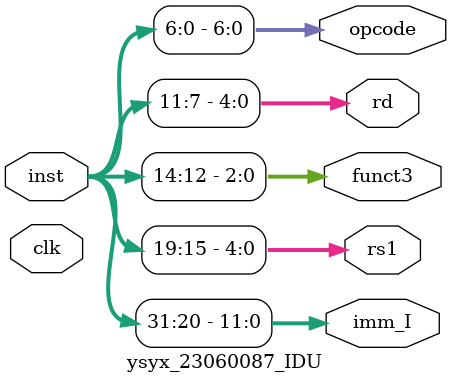
<source format=v>
module ysyx_23060087_IDU (
    input clk,
    input [31:0] inst,
    output [11:0] imm_I,
    output [4:0] rs1,
    output [2:0] funct3,
    output [4:0] rd,
    output [6:0] opcode
);
    assign imm_I = inst[31:20];
    assign rs1 = inst[19:15];
    assign funct3 = inst[14:12];
    assign rd = inst[11:7];
    assign opcode = inst[6:0];
endmodule //ysyx_23060087_IDU

</source>
